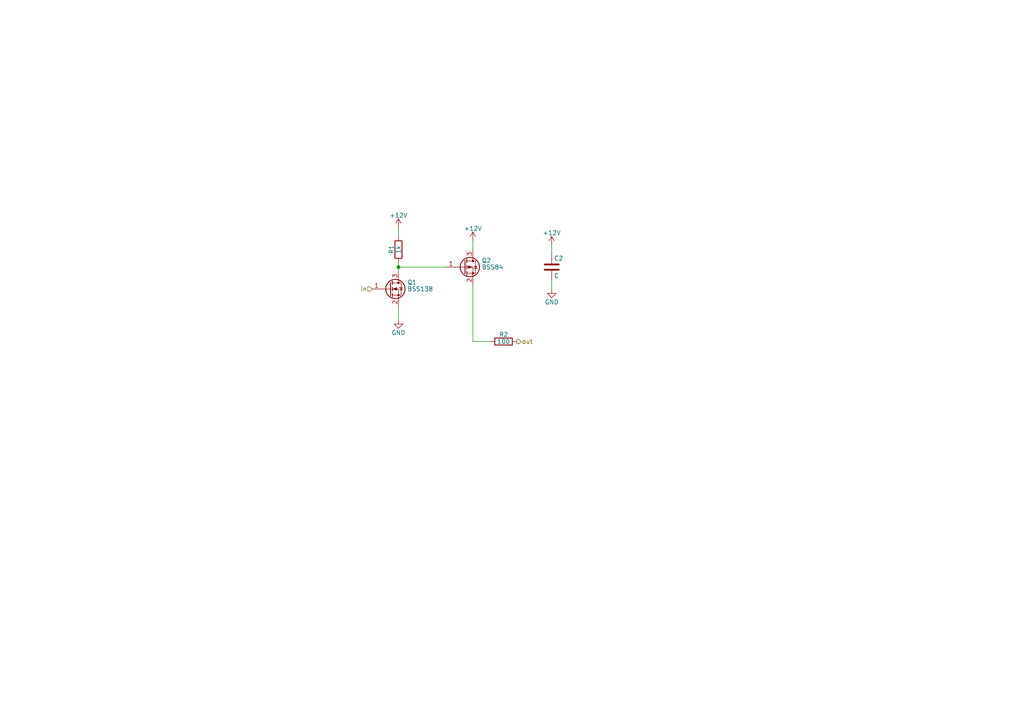
<source format=kicad_sch>
(kicad_sch (version 20230121) (generator eeschema)

  (uuid 9453e739-b214-4b09-b925-cc56c829ed34)

  (paper "A4")

  (lib_symbols
    (symbol "Device:C" (pin_numbers hide) (pin_names (offset 0.254)) (in_bom yes) (on_board yes)
      (property "Reference" "C" (at 0.635 2.54 0)
        (effects (font (size 1.27 1.27)) (justify left))
      )
      (property "Value" "C" (at 0.635 -2.54 0)
        (effects (font (size 1.27 1.27)) (justify left))
      )
      (property "Footprint" "" (at 0.9652 -3.81 0)
        (effects (font (size 1.27 1.27)) hide)
      )
      (property "Datasheet" "~" (at 0 0 0)
        (effects (font (size 1.27 1.27)) hide)
      )
      (property "ki_keywords" "cap capacitor" (at 0 0 0)
        (effects (font (size 1.27 1.27)) hide)
      )
      (property "ki_description" "Unpolarized capacitor" (at 0 0 0)
        (effects (font (size 1.27 1.27)) hide)
      )
      (property "ki_fp_filters" "C_*" (at 0 0 0)
        (effects (font (size 1.27 1.27)) hide)
      )
      (symbol "C_0_1"
        (polyline
          (pts
            (xy -2.032 -0.762)
            (xy 2.032 -0.762)
          )
          (stroke (width 0.508) (type default))
          (fill (type none))
        )
        (polyline
          (pts
            (xy -2.032 0.762)
            (xy 2.032 0.762)
          )
          (stroke (width 0.508) (type default))
          (fill (type none))
        )
      )
      (symbol "C_1_1"
        (pin passive line (at 0 3.81 270) (length 2.794)
          (name "~" (effects (font (size 1.27 1.27))))
          (number "1" (effects (font (size 1.27 1.27))))
        )
        (pin passive line (at 0 -3.81 90) (length 2.794)
          (name "~" (effects (font (size 1.27 1.27))))
          (number "2" (effects (font (size 1.27 1.27))))
        )
      )
    )
    (symbol "Device:R" (pin_numbers hide) (pin_names (offset 0)) (in_bom yes) (on_board yes)
      (property "Reference" "R" (at 2.032 0 90)
        (effects (font (size 1.27 1.27)))
      )
      (property "Value" "R" (at 0 0 90)
        (effects (font (size 1.27 1.27)))
      )
      (property "Footprint" "" (at -1.778 0 90)
        (effects (font (size 1.27 1.27)) hide)
      )
      (property "Datasheet" "~" (at 0 0 0)
        (effects (font (size 1.27 1.27)) hide)
      )
      (property "ki_keywords" "R res resistor" (at 0 0 0)
        (effects (font (size 1.27 1.27)) hide)
      )
      (property "ki_description" "Resistor" (at 0 0 0)
        (effects (font (size 1.27 1.27)) hide)
      )
      (property "ki_fp_filters" "R_*" (at 0 0 0)
        (effects (font (size 1.27 1.27)) hide)
      )
      (symbol "R_0_1"
        (rectangle (start -1.016 -2.54) (end 1.016 2.54)
          (stroke (width 0.254) (type default))
          (fill (type none))
        )
      )
      (symbol "R_1_1"
        (pin passive line (at 0 3.81 270) (length 1.27)
          (name "~" (effects (font (size 1.27 1.27))))
          (number "1" (effects (font (size 1.27 1.27))))
        )
        (pin passive line (at 0 -3.81 90) (length 1.27)
          (name "~" (effects (font (size 1.27 1.27))))
          (number "2" (effects (font (size 1.27 1.27))))
        )
      )
    )
    (symbol "Transistor_FET:BSS138" (pin_names hide) (in_bom yes) (on_board yes)
      (property "Reference" "Q" (at 5.08 1.905 0)
        (effects (font (size 1.27 1.27)) (justify left))
      )
      (property "Value" "BSS138" (at 5.08 0 0)
        (effects (font (size 1.27 1.27)) (justify left))
      )
      (property "Footprint" "Package_TO_SOT_SMD:SOT-23" (at 5.08 -1.905 0)
        (effects (font (size 1.27 1.27) italic) (justify left) hide)
      )
      (property "Datasheet" "https://www.onsemi.com/pub/Collateral/BSS138-D.PDF" (at 0 0 0)
        (effects (font (size 1.27 1.27)) (justify left) hide)
      )
      (property "ki_keywords" "N-Channel MOSFET" (at 0 0 0)
        (effects (font (size 1.27 1.27)) hide)
      )
      (property "ki_description" "50V Vds, 0.22A Id, N-Channel MOSFET, SOT-23" (at 0 0 0)
        (effects (font (size 1.27 1.27)) hide)
      )
      (property "ki_fp_filters" "SOT?23*" (at 0 0 0)
        (effects (font (size 1.27 1.27)) hide)
      )
      (symbol "BSS138_0_1"
        (polyline
          (pts
            (xy 0.254 0)
            (xy -2.54 0)
          )
          (stroke (width 0) (type default))
          (fill (type none))
        )
        (polyline
          (pts
            (xy 0.254 1.905)
            (xy 0.254 -1.905)
          )
          (stroke (width 0.254) (type default))
          (fill (type none))
        )
        (polyline
          (pts
            (xy 0.762 -1.27)
            (xy 0.762 -2.286)
          )
          (stroke (width 0.254) (type default))
          (fill (type none))
        )
        (polyline
          (pts
            (xy 0.762 0.508)
            (xy 0.762 -0.508)
          )
          (stroke (width 0.254) (type default))
          (fill (type none))
        )
        (polyline
          (pts
            (xy 0.762 2.286)
            (xy 0.762 1.27)
          )
          (stroke (width 0.254) (type default))
          (fill (type none))
        )
        (polyline
          (pts
            (xy 2.54 2.54)
            (xy 2.54 1.778)
          )
          (stroke (width 0) (type default))
          (fill (type none))
        )
        (polyline
          (pts
            (xy 2.54 -2.54)
            (xy 2.54 0)
            (xy 0.762 0)
          )
          (stroke (width 0) (type default))
          (fill (type none))
        )
        (polyline
          (pts
            (xy 0.762 -1.778)
            (xy 3.302 -1.778)
            (xy 3.302 1.778)
            (xy 0.762 1.778)
          )
          (stroke (width 0) (type default))
          (fill (type none))
        )
        (polyline
          (pts
            (xy 1.016 0)
            (xy 2.032 0.381)
            (xy 2.032 -0.381)
            (xy 1.016 0)
          )
          (stroke (width 0) (type default))
          (fill (type outline))
        )
        (polyline
          (pts
            (xy 2.794 0.508)
            (xy 2.921 0.381)
            (xy 3.683 0.381)
            (xy 3.81 0.254)
          )
          (stroke (width 0) (type default))
          (fill (type none))
        )
        (polyline
          (pts
            (xy 3.302 0.381)
            (xy 2.921 -0.254)
            (xy 3.683 -0.254)
            (xy 3.302 0.381)
          )
          (stroke (width 0) (type default))
          (fill (type none))
        )
        (circle (center 1.651 0) (radius 2.794)
          (stroke (width 0.254) (type default))
          (fill (type none))
        )
        (circle (center 2.54 -1.778) (radius 0.254)
          (stroke (width 0) (type default))
          (fill (type outline))
        )
        (circle (center 2.54 1.778) (radius 0.254)
          (stroke (width 0) (type default))
          (fill (type outline))
        )
      )
      (symbol "BSS138_1_1"
        (pin input line (at -5.08 0 0) (length 2.54)
          (name "G" (effects (font (size 1.27 1.27))))
          (number "1" (effects (font (size 1.27 1.27))))
        )
        (pin passive line (at 2.54 -5.08 90) (length 2.54)
          (name "S" (effects (font (size 1.27 1.27))))
          (number "2" (effects (font (size 1.27 1.27))))
        )
        (pin passive line (at 2.54 5.08 270) (length 2.54)
          (name "D" (effects (font (size 1.27 1.27))))
          (number "3" (effects (font (size 1.27 1.27))))
        )
      )
    )
    (symbol "Transistor_FET:BSS84" (pin_names hide) (in_bom yes) (on_board yes)
      (property "Reference" "Q" (at 5.08 1.905 0)
        (effects (font (size 1.27 1.27)) (justify left))
      )
      (property "Value" "BSS84" (at 5.08 0 0)
        (effects (font (size 1.27 1.27)) (justify left))
      )
      (property "Footprint" "Package_TO_SOT_SMD:SOT-23" (at 5.08 -1.905 0)
        (effects (font (size 1.27 1.27) italic) (justify left) hide)
      )
      (property "Datasheet" "http://assets.nexperia.com/documents/data-sheet/BSS84.pdf" (at 0 0 0)
        (effects (font (size 1.27 1.27)) (justify left) hide)
      )
      (property "ki_keywords" "P-Channel MOSFET" (at 0 0 0)
        (effects (font (size 1.27 1.27)) hide)
      )
      (property "ki_description" "-0.13A Id, -50V Vds, P-Channel MOSFET, SOT-23" (at 0 0 0)
        (effects (font (size 1.27 1.27)) hide)
      )
      (property "ki_fp_filters" "SOT?23*" (at 0 0 0)
        (effects (font (size 1.27 1.27)) hide)
      )
      (symbol "BSS84_0_1"
        (polyline
          (pts
            (xy 0.254 0)
            (xy -2.54 0)
          )
          (stroke (width 0) (type default))
          (fill (type none))
        )
        (polyline
          (pts
            (xy 0.254 1.905)
            (xy 0.254 -1.905)
          )
          (stroke (width 0.254) (type default))
          (fill (type none))
        )
        (polyline
          (pts
            (xy 0.762 -1.27)
            (xy 0.762 -2.286)
          )
          (stroke (width 0.254) (type default))
          (fill (type none))
        )
        (polyline
          (pts
            (xy 0.762 0.508)
            (xy 0.762 -0.508)
          )
          (stroke (width 0.254) (type default))
          (fill (type none))
        )
        (polyline
          (pts
            (xy 0.762 2.286)
            (xy 0.762 1.27)
          )
          (stroke (width 0.254) (type default))
          (fill (type none))
        )
        (polyline
          (pts
            (xy 2.54 2.54)
            (xy 2.54 1.778)
          )
          (stroke (width 0) (type default))
          (fill (type none))
        )
        (polyline
          (pts
            (xy 2.54 -2.54)
            (xy 2.54 0)
            (xy 0.762 0)
          )
          (stroke (width 0) (type default))
          (fill (type none))
        )
        (polyline
          (pts
            (xy 0.762 1.778)
            (xy 3.302 1.778)
            (xy 3.302 -1.778)
            (xy 0.762 -1.778)
          )
          (stroke (width 0) (type default))
          (fill (type none))
        )
        (polyline
          (pts
            (xy 2.286 0)
            (xy 1.27 0.381)
            (xy 1.27 -0.381)
            (xy 2.286 0)
          )
          (stroke (width 0) (type default))
          (fill (type outline))
        )
        (polyline
          (pts
            (xy 2.794 -0.508)
            (xy 2.921 -0.381)
            (xy 3.683 -0.381)
            (xy 3.81 -0.254)
          )
          (stroke (width 0) (type default))
          (fill (type none))
        )
        (polyline
          (pts
            (xy 3.302 -0.381)
            (xy 2.921 0.254)
            (xy 3.683 0.254)
            (xy 3.302 -0.381)
          )
          (stroke (width 0) (type default))
          (fill (type none))
        )
        (circle (center 1.651 0) (radius 2.794)
          (stroke (width 0.254) (type default))
          (fill (type none))
        )
        (circle (center 2.54 -1.778) (radius 0.254)
          (stroke (width 0) (type default))
          (fill (type outline))
        )
        (circle (center 2.54 1.778) (radius 0.254)
          (stroke (width 0) (type default))
          (fill (type outline))
        )
      )
      (symbol "BSS84_1_1"
        (pin input line (at -5.08 0 0) (length 2.54)
          (name "G" (effects (font (size 1.27 1.27))))
          (number "1" (effects (font (size 1.27 1.27))))
        )
        (pin passive line (at 2.54 -5.08 90) (length 2.54)
          (name "S" (effects (font (size 1.27 1.27))))
          (number "2" (effects (font (size 1.27 1.27))))
        )
        (pin passive line (at 2.54 5.08 270) (length 2.54)
          (name "D" (effects (font (size 1.27 1.27))))
          (number "3" (effects (font (size 1.27 1.27))))
        )
      )
    )
    (symbol "power:+12V" (power) (pin_names (offset 0)) (in_bom yes) (on_board yes)
      (property "Reference" "#PWR" (at 0 -3.81 0)
        (effects (font (size 1.27 1.27)) hide)
      )
      (property "Value" "+12V" (at 0 3.556 0)
        (effects (font (size 1.27 1.27)))
      )
      (property "Footprint" "" (at 0 0 0)
        (effects (font (size 1.27 1.27)) hide)
      )
      (property "Datasheet" "" (at 0 0 0)
        (effects (font (size 1.27 1.27)) hide)
      )
      (property "ki_keywords" "global power" (at 0 0 0)
        (effects (font (size 1.27 1.27)) hide)
      )
      (property "ki_description" "Power symbol creates a global label with name \"+12V\"" (at 0 0 0)
        (effects (font (size 1.27 1.27)) hide)
      )
      (symbol "+12V_0_1"
        (polyline
          (pts
            (xy -0.762 1.27)
            (xy 0 2.54)
          )
          (stroke (width 0) (type default))
          (fill (type none))
        )
        (polyline
          (pts
            (xy 0 0)
            (xy 0 2.54)
          )
          (stroke (width 0) (type default))
          (fill (type none))
        )
        (polyline
          (pts
            (xy 0 2.54)
            (xy 0.762 1.27)
          )
          (stroke (width 0) (type default))
          (fill (type none))
        )
      )
      (symbol "+12V_1_1"
        (pin power_in line (at 0 0 90) (length 0) hide
          (name "+12V" (effects (font (size 1.27 1.27))))
          (number "1" (effects (font (size 1.27 1.27))))
        )
      )
    )
    (symbol "power:GND" (power) (pin_names (offset 0)) (in_bom yes) (on_board yes)
      (property "Reference" "#PWR" (at 0 -6.35 0)
        (effects (font (size 1.27 1.27)) hide)
      )
      (property "Value" "GND" (at 0 -3.81 0)
        (effects (font (size 1.27 1.27)))
      )
      (property "Footprint" "" (at 0 0 0)
        (effects (font (size 1.27 1.27)) hide)
      )
      (property "Datasheet" "" (at 0 0 0)
        (effects (font (size 1.27 1.27)) hide)
      )
      (property "ki_keywords" "global power" (at 0 0 0)
        (effects (font (size 1.27 1.27)) hide)
      )
      (property "ki_description" "Power symbol creates a global label with name \"GND\" , ground" (at 0 0 0)
        (effects (font (size 1.27 1.27)) hide)
      )
      (symbol "GND_0_1"
        (polyline
          (pts
            (xy 0 0)
            (xy 0 -1.27)
            (xy 1.27 -1.27)
            (xy 0 -2.54)
            (xy -1.27 -1.27)
            (xy 0 -1.27)
          )
          (stroke (width 0) (type default))
          (fill (type none))
        )
      )
      (symbol "GND_1_1"
        (pin power_in line (at 0 0 270) (length 0) hide
          (name "GND" (effects (font (size 1.27 1.27))))
          (number "1" (effects (font (size 1.27 1.27))))
        )
      )
    )
  )

  (junction (at 115.57 77.47) (diameter 0) (color 0 0 0 0)
    (uuid 75f74630-219f-46cb-9202-89e02f146518)
  )

  (wire (pts (xy 142.24 99.06) (xy 137.16 99.06))
    (stroke (width 0) (type default))
    (uuid 3523ebf2-63fe-40a0-8bc5-eca6d68e0107)
  )
  (wire (pts (xy 160.02 71.12) (xy 160.02 73.66))
    (stroke (width 0) (type default))
    (uuid 37a66c9d-8d4e-4933-92e5-2d798662192d)
  )
  (wire (pts (xy 137.16 69.85) (xy 137.16 72.39))
    (stroke (width 0) (type default))
    (uuid 4009aaa1-6562-4855-9c51-9f95d3107761)
  )
  (wire (pts (xy 115.57 77.47) (xy 129.54 77.47))
    (stroke (width 0) (type default))
    (uuid 83457a1f-c321-4318-9d32-580cb16d709f)
  )
  (wire (pts (xy 115.57 77.47) (xy 115.57 78.74))
    (stroke (width 0) (type default))
    (uuid 9e12c994-d81a-4c76-82be-175203e93c7e)
  )
  (wire (pts (xy 115.57 66.04) (xy 115.57 68.58))
    (stroke (width 0) (type default))
    (uuid a3d3d7b0-ebe8-4a9d-91c3-4a535dff8fe6)
  )
  (wire (pts (xy 115.57 88.9) (xy 115.57 92.71))
    (stroke (width 0) (type default))
    (uuid b131c72d-b27c-4cc5-bed4-5732aed79aa3)
  )
  (wire (pts (xy 160.02 81.28) (xy 160.02 83.82))
    (stroke (width 0) (type default))
    (uuid bd069f63-1fcc-4618-a21f-a3702174634d)
  )
  (wire (pts (xy 115.57 76.2) (xy 115.57 77.47))
    (stroke (width 0) (type default))
    (uuid eafc9360-bd35-4444-84fd-15a074b06adc)
  )
  (wire (pts (xy 137.16 82.55) (xy 137.16 99.06))
    (stroke (width 0) (type default))
    (uuid f164ae9c-d187-4809-8daa-44f1a04fc635)
  )

  (hierarchical_label "out" (shape output) (at 149.86 99.06 0) (fields_autoplaced)
    (effects (font (size 1.27 1.27)) (justify left))
    (uuid 4fb2f6a3-a879-4733-8b4a-f72b325eadea)
  )
  (hierarchical_label "in" (shape input) (at 107.95 83.82 180) (fields_autoplaced)
    (effects (font (size 1.27 1.27)) (justify right))
    (uuid bc0b4b36-cfd4-4474-bf8f-8bdd31f2d64a)
  )

  (symbol (lib_id "Device:R") (at 115.57 72.39 180) (unit 1)
    (in_bom yes) (on_board yes) (dnp no) (fields_autoplaced)
    (uuid 1389f8a1-7d92-4e20-baf5-be0e44a54c05)
    (property "Reference" "R1" (at 113.538 72.39 90)
      (effects (font (size 1.27 1.27)))
    )
    (property "Value" "1k" (at 115.57 72.39 90)
      (effects (font (size 1.27 1.27)))
    )
    (property "Footprint" "Resistor_SMD:R_0805_2012Metric_Pad1.20x1.40mm_HandSolder" (at 117.348 72.39 90)
      (effects (font (size 1.27 1.27)) hide)
    )
    (property "Datasheet" "~" (at 115.57 72.39 0)
      (effects (font (size 1.27 1.27)) hide)
    )
    (pin "1" (uuid 7d803a7b-6c11-43b7-b2fb-e200d7113b9e))
    (pin "2" (uuid 63dc8dd5-0365-45f0-87c7-8a5db36caf20))
    (instances
      (project "test_jer"
        (path "/b6711ac3-1147-40d6-a1b5-fabaf94a1a0c/d83be152-3f51-4029-8901-ae5284cb0c3f"
          (reference "R1") (unit 1)
        )
        (path "/b6711ac3-1147-40d6-a1b5-fabaf94a1a0c/13698bf4-e64b-4450-a220-05cb49b473c2"
          (reference "R3") (unit 1)
        )
        (path "/b6711ac3-1147-40d6-a1b5-fabaf94a1a0c/fb9ae5cf-bc4b-41da-8279-cd1d6324f41b"
          (reference "R5") (unit 1)
        )
        (path "/b6711ac3-1147-40d6-a1b5-fabaf94a1a0c/8a9ff4ab-8a14-4516-8bf5-22628e06dff1"
          (reference "R7") (unit 1)
        )
        (path "/b6711ac3-1147-40d6-a1b5-fabaf94a1a0c/000f1dfc-ea3b-49ea-b88b-d02ff722ccd3"
          (reference "R9") (unit 1)
        )
        (path "/b6711ac3-1147-40d6-a1b5-fabaf94a1a0c/302ced3f-229a-444d-8653-644c90189abd"
          (reference "R11") (unit 1)
        )
      )
    )
  )

  (symbol (lib_id "Transistor_FET:BSS84") (at 134.62 77.47 0) (unit 1)
    (in_bom yes) (on_board yes) (dnp no) (fields_autoplaced)
    (uuid 1fcc1cf6-4193-4041-acec-35eadd31689f)
    (property "Reference" "Q2" (at 139.7 75.565 0)
      (effects (font (size 1.27 1.27)) (justify left))
    )
    (property "Value" "BSS84" (at 139.7 77.47 0)
      (effects (font (size 1.27 1.27)) (justify left))
    )
    (property "Footprint" "Package_TO_SOT_SMD:SOT-23" (at 139.7 79.375 0)
      (effects (font (size 1.27 1.27) italic) (justify left) hide)
    )
    (property "Datasheet" "http://assets.nexperia.com/documents/data-sheet/BSS84.pdf" (at 134.62 77.47 0)
      (effects (font (size 1.27 1.27)) (justify left) hide)
    )
    (pin "1" (uuid 65c5370a-71a9-4b62-b3fb-1d7f8d573759))
    (pin "2" (uuid 45c67ee9-7a4c-48ed-889e-522ce24416fc))
    (pin "3" (uuid f7fb6f44-165c-448a-8588-8ed457a36e73))
    (instances
      (project "test_jer"
        (path "/b6711ac3-1147-40d6-a1b5-fabaf94a1a0c/d83be152-3f51-4029-8901-ae5284cb0c3f"
          (reference "Q2") (unit 1)
        )
        (path "/b6711ac3-1147-40d6-a1b5-fabaf94a1a0c/13698bf4-e64b-4450-a220-05cb49b473c2"
          (reference "Q4") (unit 1)
        )
        (path "/b6711ac3-1147-40d6-a1b5-fabaf94a1a0c/fb9ae5cf-bc4b-41da-8279-cd1d6324f41b"
          (reference "Q6") (unit 1)
        )
        (path "/b6711ac3-1147-40d6-a1b5-fabaf94a1a0c/8a9ff4ab-8a14-4516-8bf5-22628e06dff1"
          (reference "Q8") (unit 1)
        )
        (path "/b6711ac3-1147-40d6-a1b5-fabaf94a1a0c/000f1dfc-ea3b-49ea-b88b-d02ff722ccd3"
          (reference "Q10") (unit 1)
        )
        (path "/b6711ac3-1147-40d6-a1b5-fabaf94a1a0c/302ced3f-229a-444d-8653-644c90189abd"
          (reference "Q12") (unit 1)
        )
      )
    )
  )

  (symbol (lib_id "power:+12V") (at 137.16 69.85 0) (unit 1)
    (in_bom yes) (on_board yes) (dnp no)
    (uuid 26eb3b7f-d002-499e-8014-47138a32b241)
    (property "Reference" "#PWR09" (at 137.16 73.66 0)
      (effects (font (size 1.27 1.27)) hide)
    )
    (property "Value" "+12V" (at 137.16 66.294 0)
      (effects (font (size 1.27 1.27)))
    )
    (property "Footprint" "" (at 137.16 69.85 0)
      (effects (font (size 1.27 1.27)) hide)
    )
    (property "Datasheet" "" (at 137.16 69.85 0)
      (effects (font (size 1.27 1.27)) hide)
    )
    (pin "1" (uuid 823728c8-b51c-4ac1-910d-a630b656e089))
    (instances
      (project "test_jer"
        (path "/b6711ac3-1147-40d6-a1b5-fabaf94a1a0c/d83be152-3f51-4029-8901-ae5284cb0c3f"
          (reference "#PWR09") (unit 1)
        )
        (path "/b6711ac3-1147-40d6-a1b5-fabaf94a1a0c/13698bf4-e64b-4450-a220-05cb49b473c2"
          (reference "#PWR016") (unit 1)
        )
        (path "/b6711ac3-1147-40d6-a1b5-fabaf94a1a0c/fb9ae5cf-bc4b-41da-8279-cd1d6324f41b"
          (reference "#PWR021") (unit 1)
        )
        (path "/b6711ac3-1147-40d6-a1b5-fabaf94a1a0c/8a9ff4ab-8a14-4516-8bf5-22628e06dff1"
          (reference "#PWR026") (unit 1)
        )
        (path "/b6711ac3-1147-40d6-a1b5-fabaf94a1a0c/000f1dfc-ea3b-49ea-b88b-d02ff722ccd3"
          (reference "#PWR031") (unit 1)
        )
        (path "/b6711ac3-1147-40d6-a1b5-fabaf94a1a0c/302ced3f-229a-444d-8653-644c90189abd"
          (reference "#PWR036") (unit 1)
        )
      )
    )
  )

  (symbol (lib_id "Device:C") (at 160.02 77.47 0) (unit 1)
    (in_bom yes) (on_board yes) (dnp no) (fields_autoplaced)
    (uuid 2c370c92-03b5-4ace-bc17-e675cb52d110)
    (property "Reference" "C2" (at 160.655 74.93 0)
      (effects (font (size 1.27 1.27)) (justify left))
    )
    (property "Value" "C" (at 160.655 80.01 0)
      (effects (font (size 1.27 1.27)) (justify left))
    )
    (property "Footprint" "Capacitor_SMD:C_0805_2012Metric_Pad1.18x1.45mm_HandSolder" (at 160.9852 81.28 0)
      (effects (font (size 1.27 1.27)) hide)
    )
    (property "Datasheet" "~" (at 160.02 77.47 0)
      (effects (font (size 1.27 1.27)) hide)
    )
    (pin "1" (uuid 51361400-af5b-48c3-8bb1-32cca31226df))
    (pin "2" (uuid 31920eb9-5c8a-464f-a741-f76e48be1a84))
    (instances
      (project "test_jer"
        (path "/b6711ac3-1147-40d6-a1b5-fabaf94a1a0c/d83be152-3f51-4029-8901-ae5284cb0c3f"
          (reference "C2") (unit 1)
        )
        (path "/b6711ac3-1147-40d6-a1b5-fabaf94a1a0c/13698bf4-e64b-4450-a220-05cb49b473c2"
          (reference "C5") (unit 1)
        )
        (path "/b6711ac3-1147-40d6-a1b5-fabaf94a1a0c/fb9ae5cf-bc4b-41da-8279-cd1d6324f41b"
          (reference "C6") (unit 1)
        )
        (path "/b6711ac3-1147-40d6-a1b5-fabaf94a1a0c/8a9ff4ab-8a14-4516-8bf5-22628e06dff1"
          (reference "C7") (unit 1)
        )
        (path "/b6711ac3-1147-40d6-a1b5-fabaf94a1a0c/000f1dfc-ea3b-49ea-b88b-d02ff722ccd3"
          (reference "C8") (unit 1)
        )
        (path "/b6711ac3-1147-40d6-a1b5-fabaf94a1a0c/302ced3f-229a-444d-8653-644c90189abd"
          (reference "C9") (unit 1)
        )
      )
    )
  )

  (symbol (lib_id "power:GND") (at 115.57 92.71 0) (unit 1)
    (in_bom yes) (on_board yes) (dnp no) (fields_autoplaced)
    (uuid 41a38da5-a17a-445b-b733-7fbe39a8cf65)
    (property "Reference" "#PWR08" (at 115.57 99.06 0)
      (effects (font (size 1.27 1.27)) hide)
    )
    (property "Value" "GND" (at 115.57 96.52 0)
      (effects (font (size 1.27 1.27)))
    )
    (property "Footprint" "" (at 115.57 92.71 0)
      (effects (font (size 1.27 1.27)) hide)
    )
    (property "Datasheet" "" (at 115.57 92.71 0)
      (effects (font (size 1.27 1.27)) hide)
    )
    (pin "1" (uuid 0ea6e8af-6be0-4da5-9448-eb2791b0db8b))
    (instances
      (project "test_jer"
        (path "/b6711ac3-1147-40d6-a1b5-fabaf94a1a0c/d83be152-3f51-4029-8901-ae5284cb0c3f"
          (reference "#PWR08") (unit 1)
        )
        (path "/b6711ac3-1147-40d6-a1b5-fabaf94a1a0c/13698bf4-e64b-4450-a220-05cb49b473c2"
          (reference "#PWR015") (unit 1)
        )
        (path "/b6711ac3-1147-40d6-a1b5-fabaf94a1a0c/fb9ae5cf-bc4b-41da-8279-cd1d6324f41b"
          (reference "#PWR020") (unit 1)
        )
        (path "/b6711ac3-1147-40d6-a1b5-fabaf94a1a0c/8a9ff4ab-8a14-4516-8bf5-22628e06dff1"
          (reference "#PWR025") (unit 1)
        )
        (path "/b6711ac3-1147-40d6-a1b5-fabaf94a1a0c/000f1dfc-ea3b-49ea-b88b-d02ff722ccd3"
          (reference "#PWR030") (unit 1)
        )
        (path "/b6711ac3-1147-40d6-a1b5-fabaf94a1a0c/302ced3f-229a-444d-8653-644c90189abd"
          (reference "#PWR035") (unit 1)
        )
      )
    )
  )

  (symbol (lib_id "power:GND") (at 160.02 83.82 0) (unit 1)
    (in_bom yes) (on_board yes) (dnp no) (fields_autoplaced)
    (uuid 425e1b61-1749-4097-a6dc-84fc984878b5)
    (property "Reference" "#PWR011" (at 160.02 90.17 0)
      (effects (font (size 1.27 1.27)) hide)
    )
    (property "Value" "GND" (at 160.02 87.63 0)
      (effects (font (size 1.27 1.27)))
    )
    (property "Footprint" "" (at 160.02 83.82 0)
      (effects (font (size 1.27 1.27)) hide)
    )
    (property "Datasheet" "" (at 160.02 83.82 0)
      (effects (font (size 1.27 1.27)) hide)
    )
    (pin "1" (uuid 3f879f7c-444a-459d-9103-e73a2654bbb5))
    (instances
      (project "test_jer"
        (path "/b6711ac3-1147-40d6-a1b5-fabaf94a1a0c/d83be152-3f51-4029-8901-ae5284cb0c3f"
          (reference "#PWR011") (unit 1)
        )
        (path "/b6711ac3-1147-40d6-a1b5-fabaf94a1a0c/13698bf4-e64b-4450-a220-05cb49b473c2"
          (reference "#PWR018") (unit 1)
        )
        (path "/b6711ac3-1147-40d6-a1b5-fabaf94a1a0c/fb9ae5cf-bc4b-41da-8279-cd1d6324f41b"
          (reference "#PWR023") (unit 1)
        )
        (path "/b6711ac3-1147-40d6-a1b5-fabaf94a1a0c/8a9ff4ab-8a14-4516-8bf5-22628e06dff1"
          (reference "#PWR028") (unit 1)
        )
        (path "/b6711ac3-1147-40d6-a1b5-fabaf94a1a0c/000f1dfc-ea3b-49ea-b88b-d02ff722ccd3"
          (reference "#PWR033") (unit 1)
        )
        (path "/b6711ac3-1147-40d6-a1b5-fabaf94a1a0c/302ced3f-229a-444d-8653-644c90189abd"
          (reference "#PWR038") (unit 1)
        )
      )
    )
  )

  (symbol (lib_id "power:+12V") (at 115.57 66.04 0) (unit 1)
    (in_bom yes) (on_board yes) (dnp no) (fields_autoplaced)
    (uuid 646d1251-8c55-4d2d-92c4-261aa2a287ce)
    (property "Reference" "#PWR07" (at 115.57 69.85 0)
      (effects (font (size 1.27 1.27)) hide)
    )
    (property "Value" "+12V" (at 115.57 62.484 0)
      (effects (font (size 1.27 1.27)))
    )
    (property "Footprint" "" (at 115.57 66.04 0)
      (effects (font (size 1.27 1.27)) hide)
    )
    (property "Datasheet" "" (at 115.57 66.04 0)
      (effects (font (size 1.27 1.27)) hide)
    )
    (pin "1" (uuid 48286292-8518-484d-8b67-6359d680b653))
    (instances
      (project "test_jer"
        (path "/b6711ac3-1147-40d6-a1b5-fabaf94a1a0c/d83be152-3f51-4029-8901-ae5284cb0c3f"
          (reference "#PWR07") (unit 1)
        )
        (path "/b6711ac3-1147-40d6-a1b5-fabaf94a1a0c/13698bf4-e64b-4450-a220-05cb49b473c2"
          (reference "#PWR014") (unit 1)
        )
        (path "/b6711ac3-1147-40d6-a1b5-fabaf94a1a0c/fb9ae5cf-bc4b-41da-8279-cd1d6324f41b"
          (reference "#PWR019") (unit 1)
        )
        (path "/b6711ac3-1147-40d6-a1b5-fabaf94a1a0c/8a9ff4ab-8a14-4516-8bf5-22628e06dff1"
          (reference "#PWR024") (unit 1)
        )
        (path "/b6711ac3-1147-40d6-a1b5-fabaf94a1a0c/000f1dfc-ea3b-49ea-b88b-d02ff722ccd3"
          (reference "#PWR029") (unit 1)
        )
        (path "/b6711ac3-1147-40d6-a1b5-fabaf94a1a0c/302ced3f-229a-444d-8653-644c90189abd"
          (reference "#PWR034") (unit 1)
        )
      )
    )
  )

  (symbol (lib_id "Device:R") (at 146.05 99.06 90) (unit 1)
    (in_bom yes) (on_board yes) (dnp no) (fields_autoplaced)
    (uuid 9da8de0d-f42b-4e3c-91b2-82a3e80e446a)
    (property "Reference" "R2" (at 146.05 97.028 90)
      (effects (font (size 1.27 1.27)))
    )
    (property "Value" "100" (at 146.05 99.06 90)
      (effects (font (size 1.27 1.27)))
    )
    (property "Footprint" "Resistor_SMD:R_0805_2012Metric_Pad1.20x1.40mm_HandSolder" (at 146.05 100.838 90)
      (effects (font (size 1.27 1.27)) hide)
    )
    (property "Datasheet" "~" (at 146.05 99.06 0)
      (effects (font (size 1.27 1.27)) hide)
    )
    (pin "1" (uuid 22792730-eb54-4fa4-8596-5c56bfbde919))
    (pin "2" (uuid 5db45474-b62a-42a2-8afc-6d240764ad8f))
    (instances
      (project "test_jer"
        (path "/b6711ac3-1147-40d6-a1b5-fabaf94a1a0c/d83be152-3f51-4029-8901-ae5284cb0c3f"
          (reference "R2") (unit 1)
        )
        (path "/b6711ac3-1147-40d6-a1b5-fabaf94a1a0c/13698bf4-e64b-4450-a220-05cb49b473c2"
          (reference "R4") (unit 1)
        )
        (path "/b6711ac3-1147-40d6-a1b5-fabaf94a1a0c/fb9ae5cf-bc4b-41da-8279-cd1d6324f41b"
          (reference "R6") (unit 1)
        )
        (path "/b6711ac3-1147-40d6-a1b5-fabaf94a1a0c/8a9ff4ab-8a14-4516-8bf5-22628e06dff1"
          (reference "R8") (unit 1)
        )
        (path "/b6711ac3-1147-40d6-a1b5-fabaf94a1a0c/000f1dfc-ea3b-49ea-b88b-d02ff722ccd3"
          (reference "R10") (unit 1)
        )
        (path "/b6711ac3-1147-40d6-a1b5-fabaf94a1a0c/302ced3f-229a-444d-8653-644c90189abd"
          (reference "R12") (unit 1)
        )
      )
    )
  )

  (symbol (lib_id "Transistor_FET:BSS138") (at 113.03 83.82 0) (unit 1)
    (in_bom yes) (on_board yes) (dnp no) (fields_autoplaced)
    (uuid bf02003d-6a86-4fc0-a847-fdd8ab373afe)
    (property "Reference" "Q1" (at 118.11 81.915 0)
      (effects (font (size 1.27 1.27)) (justify left))
    )
    (property "Value" "BSS138" (at 118.11 83.82 0)
      (effects (font (size 1.27 1.27)) (justify left))
    )
    (property "Footprint" "Package_TO_SOT_SMD:SOT-23" (at 118.11 85.725 0)
      (effects (font (size 1.27 1.27) italic) (justify left) hide)
    )
    (property "Datasheet" "https://www.onsemi.com/pub/Collateral/BSS138-D.PDF" (at 113.03 83.82 0)
      (effects (font (size 1.27 1.27)) (justify left) hide)
    )
    (pin "1" (uuid 084a44aa-be08-458b-bc2c-0a3f03d8645b))
    (pin "2" (uuid 9b30ef74-80d4-415b-bec5-bfe5967a29d6))
    (pin "3" (uuid a3aa3cb9-4791-427b-9f39-9c4b82735116))
    (instances
      (project "test_jer"
        (path "/b6711ac3-1147-40d6-a1b5-fabaf94a1a0c/d83be152-3f51-4029-8901-ae5284cb0c3f"
          (reference "Q1") (unit 1)
        )
        (path "/b6711ac3-1147-40d6-a1b5-fabaf94a1a0c/13698bf4-e64b-4450-a220-05cb49b473c2"
          (reference "Q3") (unit 1)
        )
        (path "/b6711ac3-1147-40d6-a1b5-fabaf94a1a0c/fb9ae5cf-bc4b-41da-8279-cd1d6324f41b"
          (reference "Q5") (unit 1)
        )
        (path "/b6711ac3-1147-40d6-a1b5-fabaf94a1a0c/8a9ff4ab-8a14-4516-8bf5-22628e06dff1"
          (reference "Q7") (unit 1)
        )
        (path "/b6711ac3-1147-40d6-a1b5-fabaf94a1a0c/000f1dfc-ea3b-49ea-b88b-d02ff722ccd3"
          (reference "Q9") (unit 1)
        )
        (path "/b6711ac3-1147-40d6-a1b5-fabaf94a1a0c/302ced3f-229a-444d-8653-644c90189abd"
          (reference "Q11") (unit 1)
        )
      )
    )
  )

  (symbol (lib_id "power:+12V") (at 160.02 71.12 0) (unit 1)
    (in_bom yes) (on_board yes) (dnp no)
    (uuid cf44e35c-fe38-4ce7-85be-b4c2c6a6a913)
    (property "Reference" "#PWR010" (at 160.02 74.93 0)
      (effects (font (size 1.27 1.27)) hide)
    )
    (property "Value" "+12V" (at 160.02 67.564 0)
      (effects (font (size 1.27 1.27)))
    )
    (property "Footprint" "" (at 160.02 71.12 0)
      (effects (font (size 1.27 1.27)) hide)
    )
    (property "Datasheet" "" (at 160.02 71.12 0)
      (effects (font (size 1.27 1.27)) hide)
    )
    (pin "1" (uuid dfef21c4-c1a9-4320-9ab4-d273693c6721))
    (instances
      (project "test_jer"
        (path "/b6711ac3-1147-40d6-a1b5-fabaf94a1a0c/d83be152-3f51-4029-8901-ae5284cb0c3f"
          (reference "#PWR010") (unit 1)
        )
        (path "/b6711ac3-1147-40d6-a1b5-fabaf94a1a0c/13698bf4-e64b-4450-a220-05cb49b473c2"
          (reference "#PWR017") (unit 1)
        )
        (path "/b6711ac3-1147-40d6-a1b5-fabaf94a1a0c/fb9ae5cf-bc4b-41da-8279-cd1d6324f41b"
          (reference "#PWR022") (unit 1)
        )
        (path "/b6711ac3-1147-40d6-a1b5-fabaf94a1a0c/8a9ff4ab-8a14-4516-8bf5-22628e06dff1"
          (reference "#PWR027") (unit 1)
        )
        (path "/b6711ac3-1147-40d6-a1b5-fabaf94a1a0c/000f1dfc-ea3b-49ea-b88b-d02ff722ccd3"
          (reference "#PWR032") (unit 1)
        )
        (path "/b6711ac3-1147-40d6-a1b5-fabaf94a1a0c/302ced3f-229a-444d-8653-644c90189abd"
          (reference "#PWR037") (unit 1)
        )
      )
    )
  )
)

</source>
